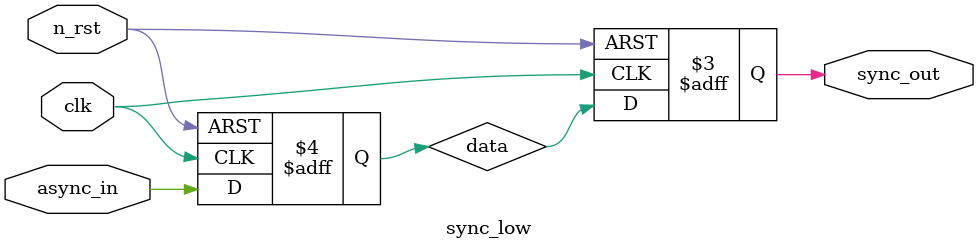
<source format=sv>

module sync_low
(
	input wire clk,
	input wire n_rst,
	input wire async_in,
	output reg sync_out
);
reg data;

always_ff @ (posedge clk, negedge n_rst)
begin 
	if(1'b0 == n_rst) begin
	  data <= 1'b0;
	  sync_out <= 1'b0;
	end
	else begin
	  data <= async_in;
	  sync_out <= data;
	end
end
endmodule





</source>
